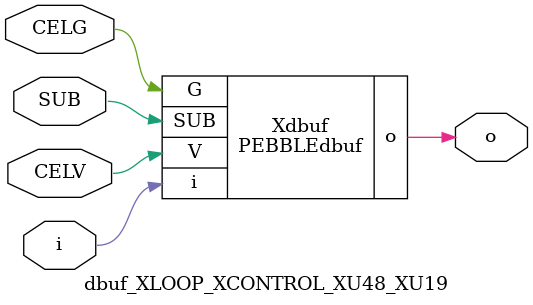
<source format=v>



module PEBBLEdbuf ( o, G, SUB, V, i );

  input V;
  input i;
  input G;
  output o;
  input SUB;
endmodule

//Celera Confidential Do Not Copy dbuf_XLOOP_XCONTROL_XU48_XU19
//Celera Confidential Symbol Generator
//Digital Buffer
module dbuf_XLOOP_XCONTROL_XU48_XU19 (CELV,CELG,i,o,SUB);
input CELV;
input CELG;
input i;
input SUB;
output o;

//Celera Confidential Do Not Copy dbuf
PEBBLEdbuf Xdbuf(
.V (CELV),
.i (i),
.o (o),
.SUB (SUB),
.G (CELG)
);
//,diesize,PEBBLEdbuf

//Celera Confidential Do Not Copy Module End
//Celera Schematic Generator
endmodule

</source>
